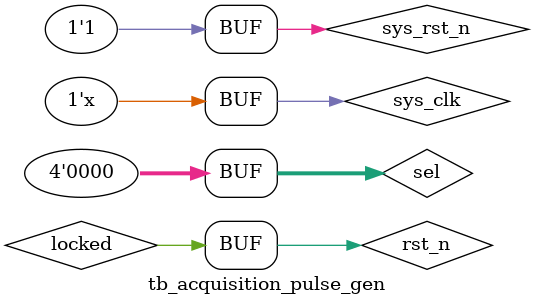
<source format=v>
`timescale 1ns / 1ps


module tb_acquisition_pulse_gen ();
  // parameter define
  parameter CLK_PERIOD = 20;

  // reg define
  reg        sys_clk;
  reg        sys_rst_n;
  reg  [3:0] sel;

  // wire define
  wire       clk_50m;  // 50MHz clock
  wire       clk_25m;  // 25MHz clock
  wire       locked;  // pll lock signal
  wire       rst_n;  // reset signal, active low

  // initial block
  initial begin
    sys_clk = 1'b0;
    sys_rst_n = 1'b0;
    sel = 4'd0;
    #200 sys_rst_n = 1'b1;
    #100000 sel = 4'd1;
    #100000 sel = 4'd0;
    #100000 sel = 4'd2;
    #100000 sel = 4'd3;
    #100000 sel = 4'd4;
    #100000 sel = 4'd5;
    #100000 sel = 4'd6;
    #100000 sel = 4'd7;
    #100000 sel = 4'd8;
    #100000 sel = 4'd9;
    #1000000 sel = 4'd10;
    #1000000 sel = 4'd11;
    #1000000 sel = 4'd12;
    #10000000 sel = 4'd13;
    #10000000 sel = 4'd14;
    #10000000 sel = 4'd0;
  end

  // main code

  assign rst_n = sys_rst_n & locked; // generate a new reset signal from system reset and pll lock signal

  //clock gen
  always #(CLK_PERIOD / 2) sys_clk = ~sys_clk;  // 50MHz

  // pll
  clk_wiz_0 clk_wiz_tb_au (
      .clk_50m     (clk_50m),  // 50MHz clock
      .clk_25m     (clk_25m),  // 25MHz clock
      .clk_25m_120d(),         // 25MHz clock 120 degree phase shift
      .locked      (locked),   // pll lock signal
      .clk_in1     (sys_clk)   // input clock
  );

  // acquisition_pulse_gen
  acquisition_pulse_gen acquisition_pulse_gen_tb0 (
      .clk_50m(clk_50m),  // 50MHz clock
      .clk_25m(clk_25m),  // 25MHz clock
      .sys_rst_n(rst_n),  // reset signal, active low
      .sel(sel),
      .pulse()
  );

endmodule

</source>
